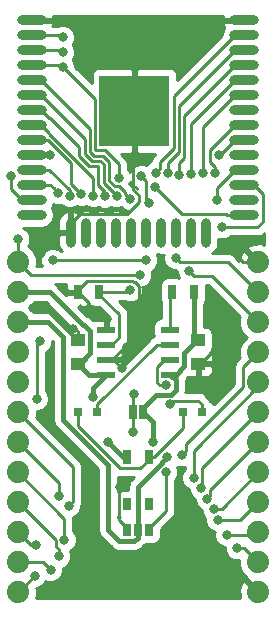
<source format=gbr>
G04 #@! TF.GenerationSoftware,KiCad,Pcbnew,(5.0.2)-1*
G04 #@! TF.CreationDate,2019-10-20T23:59:16+02:00*
G04 #@! TF.ProjectId,esp32-lifepo4 - slim,65737033-322d-46c6-9966-65706f34202d,rev?*
G04 #@! TF.SameCoordinates,Original*
G04 #@! TF.FileFunction,Copper,L1,Top*
G04 #@! TF.FilePolarity,Positive*
%FSLAX46Y46*%
G04 Gerber Fmt 4.6, Leading zero omitted, Abs format (unit mm)*
G04 Created by KiCad (PCBNEW (5.0.2)-1) date 20/10/2019 23:59:16*
%MOMM*%
%LPD*%
G01*
G04 APERTURE LIST*
G04 #@! TA.AperFunction,SMDPad,CuDef*
%ADD10O,2.500000X0.900000*%
G04 #@! TD*
G04 #@! TA.AperFunction,SMDPad,CuDef*
%ADD11O,0.900000X2.500000*%
G04 #@! TD*
G04 #@! TA.AperFunction,SMDPad,CuDef*
%ADD12R,6.000000X6.000000*%
G04 #@! TD*
G04 #@! TA.AperFunction,SMDPad,CuDef*
%ADD13R,1.250000X1.000000*%
G04 #@! TD*
G04 #@! TA.AperFunction,SMDPad,CuDef*
%ADD14R,0.800000X0.800000*%
G04 #@! TD*
G04 #@! TA.AperFunction,ComponentPad*
%ADD15C,1.879600*%
G04 #@! TD*
G04 #@! TA.AperFunction,SMDPad,CuDef*
%ADD16R,0.635000X1.270000*%
G04 #@! TD*
G04 #@! TA.AperFunction,SMDPad,CuDef*
%ADD17R,0.797560X1.198880*%
G04 #@! TD*
G04 #@! TA.AperFunction,SMDPad,CuDef*
%ADD18R,1.550000X0.600000*%
G04 #@! TD*
G04 #@! TA.AperFunction,SMDPad,CuDef*
%ADD19R,0.650000X1.060000*%
G04 #@! TD*
G04 #@! TA.AperFunction,ViaPad*
%ADD20C,0.800000*%
G04 #@! TD*
G04 #@! TA.AperFunction,Conductor*
%ADD21C,0.250000*%
G04 #@! TD*
G04 #@! TA.AperFunction,Conductor*
%ADD22C,0.400000*%
G04 #@! TD*
G04 #@! TA.AperFunction,Conductor*
%ADD23C,0.254000*%
G04 #@! TD*
G04 APERTURE END LIST*
D10*
G04 #@! TO.P,U1,38*
G04 #@! TO.N,GND*
X155976160Y-70020934D03*
G04 #@! TO.P,U1,37*
G04 #@! TO.N,IO23*
X155976160Y-71290934D03*
G04 #@! TO.P,U1,36*
G04 #@! TO.N,IO22*
X155976160Y-72560934D03*
G04 #@! TO.P,U1,35*
G04 #@! TO.N,TX0*
X155976160Y-73830934D03*
G04 #@! TO.P,U1,34*
G04 #@! TO.N,RX0*
X155976160Y-75100934D03*
G04 #@! TO.P,U1,33*
G04 #@! TO.N,IO21*
X155976160Y-76370934D03*
G04 #@! TO.P,U1,32*
G04 #@! TO.N,Net-(U1-Pad32)*
X155976160Y-77640934D03*
G04 #@! TO.P,U1,31*
G04 #@! TO.N,IO19*
X155976160Y-78910934D03*
G04 #@! TO.P,U1,30*
G04 #@! TO.N,IO18*
X155976160Y-80180934D03*
G04 #@! TO.P,U1,29*
G04 #@! TO.N,Net-(U1-Pad29)*
X155976160Y-81450934D03*
G04 #@! TO.P,U1,28*
G04 #@! TO.N,IO17*
X155976160Y-82720934D03*
G04 #@! TO.P,U1,27*
G04 #@! TO.N,IO16*
X155976160Y-83990934D03*
G04 #@! TO.P,U1,26*
G04 #@! TO.N,Net-(U1-Pad26)*
X155976160Y-85260934D03*
G04 #@! TO.P,U1,25*
G04 #@! TO.N,BOOT*
X155976160Y-86530934D03*
D11*
G04 #@! TO.P,U1,24*
G04 #@! TO.N,Net-(U1-Pad24)*
X152691160Y-88020934D03*
G04 #@! TO.P,U1,23*
G04 #@! TO.N,Net-(U1-Pad23)*
X151421160Y-88020934D03*
G04 #@! TO.P,U1,22*
G04 #@! TO.N,Net-(U1-Pad22)*
X150151160Y-88020934D03*
G04 #@! TO.P,U1,21*
G04 #@! TO.N,Net-(U1-Pad21)*
X148881160Y-88020934D03*
G04 #@! TO.P,U1,20*
G04 #@! TO.N,Net-(U1-Pad20)*
X147611160Y-88020934D03*
G04 #@! TO.P,U1,19*
G04 #@! TO.N,Net-(U1-Pad19)*
X146341160Y-88020934D03*
G04 #@! TO.P,U1,18*
G04 #@! TO.N,Net-(U1-Pad18)*
X145071160Y-88020934D03*
G04 #@! TO.P,U1,17*
G04 #@! TO.N,Net-(U1-Pad17)*
X143801160Y-88020934D03*
G04 #@! TO.P,U1,16*
G04 #@! TO.N,Net-(U1-Pad16)*
X142531160Y-88020934D03*
G04 #@! TO.P,U1,15*
G04 #@! TO.N,GND*
X141261160Y-88020934D03*
D10*
G04 #@! TO.P,U1,14*
G04 #@! TO.N,Net-(U1-Pad14)*
X137976160Y-86530934D03*
G04 #@! TO.P,U1,13*
G04 #@! TO.N,IO14*
X137976160Y-85260934D03*
G04 #@! TO.P,U1,12*
G04 #@! TO.N,IO27*
X137976160Y-83990934D03*
G04 #@! TO.P,U1,11*
G04 #@! TO.N,IO26*
X137976160Y-82720934D03*
G04 #@! TO.P,U1,10*
G04 #@! TO.N,IO25*
X137976160Y-81450934D03*
G04 #@! TO.P,U1,9*
G04 #@! TO.N,IO33*
X137976160Y-80180934D03*
G04 #@! TO.P,U1,8*
G04 #@! TO.N,IO32*
X137976160Y-78910934D03*
G04 #@! TO.P,U1,7*
G04 #@! TO.N,IO35*
X137976160Y-77640934D03*
G04 #@! TO.P,U1,6*
G04 #@! TO.N,IO34*
X137976160Y-76370934D03*
G04 #@! TO.P,U1,5*
G04 #@! TO.N,ISET*
X137976160Y-75100934D03*
G04 #@! TO.P,U1,4*
G04 #@! TO.N,3V3*
X137976160Y-73830934D03*
G04 #@! TO.P,U1,3*
X137976160Y-72560934D03*
G04 #@! TO.P,U1,2*
X137976160Y-71290934D03*
G04 #@! TO.P,U1,1*
G04 #@! TO.N,GND*
X137976160Y-70020934D03*
D12*
G04 #@! TO.P,U1,39*
X146676160Y-77720934D03*
G04 #@! TD*
D13*
G04 #@! TO.P,C1,1*
G04 #@! TO.N,GND*
X141896160Y-97130934D03*
G04 #@! TO.P,C1,2*
G04 #@! TO.N,VIN*
X141896160Y-99130934D03*
G04 #@! TD*
G04 #@! TO.P,C2,2*
G04 #@! TO.N,BAT+*
X152056160Y-97130934D03*
G04 #@! TO.P,C2,1*
G04 #@! TO.N,GND*
X152056160Y-99130934D03*
G04 #@! TD*
D14*
G04 #@! TO.P,D2,1*
G04 #@! TO.N,Net-(D2-Pad1)*
X152386160Y-103210934D03*
G04 #@! TO.P,D2,2*
G04 #@! TO.N,Net-(D2-Pad2)*
X150786160Y-103210934D03*
G04 #@! TD*
G04 #@! TO.P,D3,2*
G04 #@! TO.N,Net-(D2-Pad2)*
X141896160Y-103210934D03*
G04 #@! TO.P,D3,1*
G04 #@! TO.N,Net-(D3-Pad1)*
X143496160Y-103210934D03*
G04 #@! TD*
D15*
G04 #@! TO.P,J1,1*
G04 #@! TO.N,3V3*
X136816160Y-90510934D03*
G04 #@! TO.P,J1,2*
G04 #@! TO.N,VIN*
X136816160Y-93050934D03*
G04 #@! TO.P,J1,3*
G04 #@! TO.N,BAT+*
X136816160Y-95590934D03*
G04 #@! TO.P,J1,4*
G04 #@! TO.N,GND*
X136816160Y-98130934D03*
G04 #@! TO.P,J1,5*
G04 #@! TO.N,BOOT*
X136816160Y-100670934D03*
G04 #@! TO.P,J1,6*
G04 #@! TO.N,IO32*
X136816160Y-103210934D03*
G04 #@! TO.P,J1,7*
G04 #@! TO.N,IO33*
X136816160Y-105750934D03*
G04 #@! TO.P,J1,8*
G04 #@! TO.N,IO34*
X136816160Y-108290934D03*
G04 #@! TO.P,J1,9*
G04 #@! TO.N,IO35*
X136816160Y-110830934D03*
G04 #@! TO.P,J1,10*
G04 #@! TO.N,IO25*
X136816160Y-113370934D03*
G04 #@! TO.P,J1,11*
G04 #@! TO.N,IO26*
X136816160Y-115910934D03*
G04 #@! TO.P,J1,12*
G04 #@! TO.N,IO27*
X136816160Y-118450934D03*
G04 #@! TD*
G04 #@! TO.P,J2,12*
G04 #@! TO.N,GND*
X157136160Y-90510934D03*
G04 #@! TO.P,J2,11*
G04 #@! TO.N,TX0*
X157136160Y-93050934D03*
G04 #@! TO.P,J2,10*
G04 #@! TO.N,RX0*
X157136160Y-95590934D03*
G04 #@! TO.P,J2,9*
G04 #@! TO.N,IO23*
X157136160Y-98130934D03*
G04 #@! TO.P,J2,8*
G04 #@! TO.N,IO22*
X157136160Y-100670934D03*
G04 #@! TO.P,J2,7*
G04 #@! TO.N,IO21*
X157136160Y-103210934D03*
G04 #@! TO.P,J2,6*
G04 #@! TO.N,IO19*
X157136160Y-105750934D03*
G04 #@! TO.P,J2,5*
G04 #@! TO.N,IO18*
X157136160Y-108290934D03*
G04 #@! TO.P,J2,4*
G04 #@! TO.N,IO17*
X157136160Y-110830934D03*
G04 #@! TO.P,J2,3*
G04 #@! TO.N,IO16*
X157136160Y-113370934D03*
G04 #@! TO.P,J2,2*
G04 #@! TO.N,IO14*
X157136160Y-115910934D03*
G04 #@! TO.P,J2,1*
G04 #@! TO.N,GND*
X157136160Y-118450934D03*
G04 #@! TD*
D16*
G04 #@! TO.P,JP1,1*
G04 #@! TO.N,BAT+*
X147382560Y-103210934D03*
G04 #@! TO.P,JP1,2*
G04 #@! TO.N,3V3*
X146569760Y-103210934D03*
G04 #@! TD*
D17*
G04 #@! TO.P,R1,1*
G04 #@! TO.N,Net-(D2-Pad2)*
X147875320Y-107020934D03*
G04 #@! TO.P,R1,2*
G04 #@! TO.N,VIN*
X146077000Y-107020934D03*
G04 #@! TD*
G04 #@! TO.P,R2,2*
G04 #@! TO.N,ISET*
X143694480Y-93050934D03*
G04 #@! TO.P,R2,1*
G04 #@! TO.N,GND*
X141896160Y-93050934D03*
G04 #@! TD*
G04 #@! TO.P,R3,1*
G04 #@! TO.N,BAT+*
X151685320Y-93050934D03*
G04 #@! TO.P,R3,2*
G04 #@! TO.N,Net-(R3-Pad2)*
X149887000Y-93050934D03*
G04 #@! TD*
D18*
G04 #@! TO.P,U2,8*
G04 #@! TO.N,Net-(R3-Pad2)*
X149676160Y-96225934D03*
G04 #@! TO.P,U2,7*
G04 #@! TO.N,Net-(D3-Pad1)*
X149676160Y-97495934D03*
G04 #@! TO.P,U2,6*
G04 #@! TO.N,Net-(D2-Pad1)*
X149676160Y-98765934D03*
G04 #@! TO.P,U2,5*
G04 #@! TO.N,BAT+*
X149676160Y-100035934D03*
G04 #@! TO.P,U2,4*
G04 #@! TO.N,VIN*
X144276160Y-100035934D03*
G04 #@! TO.P,U2,3*
G04 #@! TO.N,GND*
X144276160Y-98765934D03*
G04 #@! TO.P,U2,2*
G04 #@! TO.N,ISET*
X144276160Y-97495934D03*
G04 #@! TO.P,U2,1*
G04 #@! TO.N,GND*
X144276160Y-96225934D03*
G04 #@! TD*
D19*
G04 #@! TO.P,U3,5*
G04 #@! TO.N,Net-(U3-Pad5)*
X146026160Y-111000934D03*
G04 #@! TO.P,U3,4*
G04 #@! TO.N,Net-(U3-Pad4)*
X147926160Y-111000934D03*
G04 #@! TO.P,U3,3*
G04 #@! TO.N,3V3*
X147926160Y-113200934D03*
G04 #@! TO.P,U3,2*
G04 #@! TO.N,BAT+*
X146976160Y-113200934D03*
G04 #@! TO.P,U3,1*
G04 #@! TO.N,GND*
X146026160Y-113200934D03*
G04 #@! TD*
D20*
G04 #@! TO.N,GND*
X145452160Y-109560934D03*
X136816160Y-98130934D03*
X154573745Y-95810338D03*
X154647745Y-89333338D03*
X138100745Y-94413338D03*
X151853745Y-100890338D03*
X145579748Y-99452040D03*
X138735745Y-89714338D03*
X141479515Y-96170498D03*
X142799745Y-94794328D03*
G04 #@! TO.N,BAT+*
X148246160Y-105750934D03*
X149419966Y-107007920D03*
G04 #@! TO.N,VIN*
X144436160Y-105750934D03*
X143133183Y-101898606D03*
G04 #@! TO.N,Net-(D2-Pad1)*
X149366755Y-100935946D03*
X149687532Y-102535958D03*
G04 #@! TO.N,3V3*
X140626160Y-71460934D03*
X140626160Y-72730934D03*
X140626160Y-74000934D03*
X149350730Y-108297877D03*
X136830745Y-88571338D03*
X146609745Y-101652338D03*
X145339745Y-83364338D03*
X146569760Y-104887326D03*
X147150413Y-91614558D03*
G04 #@! TO.N,BOOT*
X148387745Y-84126330D03*
G04 #@! TO.N,IO32*
X141093289Y-111123024D03*
X143168801Y-84906209D03*
G04 #@! TO.N,IO33*
X142177470Y-84774733D03*
X140291766Y-110288338D03*
G04 #@! TO.N,IO34*
X145168202Y-84918961D03*
X140741777Y-114016962D03*
G04 #@! TO.N,IO35*
X144168348Y-84936695D03*
X140291766Y-115417146D03*
G04 #@! TO.N,IO25*
X139512473Y-81477339D03*
X147244745Y-83237338D03*
X147879745Y-85523338D03*
X147625745Y-90349338D03*
X138391745Y-102095659D03*
X138354745Y-114479338D03*
X139751745Y-90349342D03*
X138692720Y-97215678D03*
G04 #@! TO.N,IO26*
X141187528Y-84916290D03*
X139565905Y-116579498D03*
G04 #@! TO.N,IO27*
X138213160Y-117053934D03*
X140222755Y-84653161D03*
G04 #@! TO.N,TX0*
X150151160Y-90129934D03*
X150470290Y-83101473D03*
G04 #@! TO.N,RX0*
X151294160Y-91254933D03*
X151468916Y-83048847D03*
G04 #@! TO.N,IO23*
X150673745Y-106859338D03*
X148455594Y-82925535D03*
G04 #@! TO.N,IO22*
X149476532Y-82989804D03*
X151689745Y-108764342D03*
G04 #@! TO.N,IO21*
X152466271Y-82976001D03*
X152324745Y-109653338D03*
G04 #@! TO.N,IO19*
X153466269Y-82981174D03*
X152832745Y-110542338D03*
G04 #@! TO.N,IO18*
X153830852Y-81459338D03*
X153388229Y-111373880D03*
G04 #@! TO.N,IO17*
X153721745Y-112320338D03*
X153669534Y-85273038D03*
G04 #@! TO.N,IO16*
X154483745Y-113590338D03*
X154102745Y-87555338D03*
G04 #@! TO.N,IO14*
X136246160Y-83250839D03*
X155372745Y-114733338D03*
G04 #@! TO.N,ISET*
X146269089Y-85122005D03*
X146329777Y-92889338D03*
G04 #@! TD*
D21*
G04 #@! TO.N,GND*
X145376159Y-109636935D02*
X145452160Y-109560934D01*
X145376159Y-112345933D02*
X145376159Y-109636935D01*
X146026160Y-113200934D02*
X146026160Y-112995934D01*
X146026160Y-112995934D02*
X145376159Y-112345933D01*
X144276160Y-96225934D02*
X144276160Y-95430934D01*
X154573745Y-96738349D02*
X154573745Y-95810338D01*
X152056160Y-99130934D02*
X152181160Y-99130934D01*
X152181160Y-99130934D02*
X154573745Y-96738349D01*
X155825341Y-90510934D02*
X157136160Y-90510934D01*
X154647745Y-89333338D02*
X155825341Y-90510934D01*
X142036170Y-86445924D02*
X141261160Y-87220934D01*
X146519743Y-84347340D02*
X147066161Y-84893758D01*
X146018172Y-86445924D02*
X142036170Y-86445924D01*
X146676160Y-80970934D02*
X146519743Y-81127351D01*
X147066161Y-84893758D02*
X147066161Y-85397935D01*
X146519743Y-81127351D02*
X146519743Y-84347340D01*
X147066161Y-85397935D02*
X146018172Y-86445924D01*
X146676160Y-77720934D02*
X146676160Y-80970934D01*
X141261160Y-87220934D02*
X141261160Y-88020934D01*
X141896160Y-97130934D02*
X141771160Y-97130934D01*
X139053564Y-94413338D02*
X138666430Y-94413338D01*
X141771160Y-97130934D02*
X139053564Y-94413338D01*
X138666430Y-94413338D02*
X138100745Y-94413338D01*
X152056160Y-99130934D02*
X152056160Y-100687923D01*
X152056160Y-100687923D02*
X151853745Y-100890338D01*
X144893642Y-98765934D02*
X144276160Y-98765934D01*
X145579748Y-99452040D02*
X144893642Y-98765934D01*
X140429149Y-88020934D02*
X141261160Y-88020934D01*
X138735745Y-89714338D02*
X140429149Y-88020934D01*
X144751160Y-98765934D02*
X147054778Y-96462316D01*
X147054778Y-92541337D02*
X146677778Y-92164337D01*
X146677778Y-92164337D02*
X146550780Y-92164337D01*
X144276160Y-98765934D02*
X144751160Y-98765934D01*
X146550780Y-92164337D02*
X146512936Y-92126493D01*
X141896160Y-92850274D02*
X141896160Y-93050934D01*
X142619941Y-92126493D02*
X141896160Y-92850274D01*
X146512936Y-92126493D02*
X142619941Y-92126493D01*
X147054778Y-96462316D02*
X147054778Y-92541337D01*
X141896160Y-96380934D02*
X141685724Y-96170498D01*
X141896160Y-97130934D02*
X141896160Y-96380934D01*
X141685724Y-96170498D02*
X141479515Y-96170498D01*
X141896160Y-93050934D02*
X141896160Y-93251594D01*
X143436351Y-95430934D02*
X142799745Y-94794328D01*
X144276160Y-95430934D02*
X143436351Y-95430934D01*
X142799745Y-93954519D02*
X141896160Y-93050934D01*
X142799745Y-94794328D02*
X142799745Y-93954519D01*
D22*
G04 #@! TO.N,BAT+*
X151685320Y-96760094D02*
X152056160Y-97130934D01*
X151685320Y-93050934D02*
X151685320Y-96760094D01*
X151931160Y-97130934D02*
X152056160Y-97130934D01*
X150851161Y-98210933D02*
X151931160Y-97130934D01*
X150851161Y-99335933D02*
X150851161Y-98210933D01*
X150151160Y-100035934D02*
X150851161Y-99335933D01*
X149676160Y-100035934D02*
X150151160Y-100035934D01*
X148246160Y-104074534D02*
X147382560Y-103210934D01*
X148246160Y-105750934D02*
X148246160Y-104074534D01*
X139356160Y-95590934D02*
X140626160Y-96860934D01*
X136816160Y-95590934D02*
X139356160Y-95590934D01*
X140626160Y-103895792D02*
X144436160Y-107705792D01*
X140626160Y-96860934D02*
X140626160Y-103895792D01*
X146671157Y-114130939D02*
X146976160Y-113825936D01*
X145381164Y-114130939D02*
X146671157Y-114130939D01*
X144436160Y-107705792D02*
X144436160Y-113185936D01*
X144436160Y-113185936D02*
X145381164Y-114130939D01*
X149019967Y-107481121D02*
X149019967Y-107407919D01*
X149019967Y-107407919D02*
X149419966Y-107007920D01*
X146976160Y-109524928D02*
X149019967Y-107481121D01*
X146976160Y-113200934D02*
X146976160Y-109524928D01*
X147382560Y-102893434D02*
X148540047Y-101735947D01*
X147382560Y-103210934D02*
X147382560Y-102893434D01*
X148540047Y-101735947D02*
X149750756Y-101735947D01*
X150166756Y-101319947D02*
X150166756Y-100526530D01*
X150166756Y-100526530D02*
X149676160Y-100035934D01*
X149750756Y-101735947D02*
X150166756Y-101319947D01*
X146976160Y-113825936D02*
X146976160Y-113200934D01*
G04 #@! TO.N,VIN*
X146077000Y-107020934D02*
X145706160Y-107020934D01*
X145706160Y-107020934D02*
X144436160Y-105750934D01*
X143133183Y-101178911D02*
X144276160Y-100035934D01*
X143133183Y-101898606D02*
X143133183Y-101178911D01*
X142801160Y-100035934D02*
X144276160Y-100035934D01*
X141896160Y-99130934D02*
X142801160Y-100035934D01*
X141771160Y-99130934D02*
X141896160Y-99130934D01*
X139491337Y-93050934D02*
X142288743Y-95848340D01*
X142415741Y-95848340D02*
X142921160Y-96353759D01*
X142021160Y-99130934D02*
X141896160Y-99130934D01*
X142921160Y-96353759D02*
X142921160Y-98230934D01*
X142921160Y-98230934D02*
X142021160Y-99130934D01*
X142288743Y-95848340D02*
X142415741Y-95848340D01*
X136816160Y-93050934D02*
X139491337Y-93050934D01*
D21*
G04 #@! TO.N,Net-(D2-Pad1)*
X148576159Y-99390935D02*
X148576159Y-100711035D01*
X149201160Y-98765934D02*
X148576159Y-99390935D01*
X148576159Y-100711035D02*
X148801070Y-100935946D01*
X148801070Y-100935946D02*
X149366755Y-100935946D01*
X149962533Y-102260957D02*
X149687532Y-102535958D01*
X152086183Y-102260957D02*
X149962533Y-102260957D01*
X149676160Y-98765934D02*
X149201160Y-98765934D01*
X152386160Y-102560934D02*
X152086183Y-102260957D01*
X152386160Y-103210934D02*
X152386160Y-102560934D01*
G04 #@! TO.N,Net-(D2-Pad2)*
X147875320Y-107221594D02*
X147875320Y-107020934D01*
X147151539Y-107945375D02*
X147875320Y-107221594D01*
X145418219Y-107945375D02*
X147151539Y-107945375D01*
X141896160Y-104423316D02*
X145418219Y-107945375D01*
X141896160Y-103210934D02*
X141896160Y-104423316D01*
X148339184Y-107020934D02*
X147875320Y-107020934D01*
X150786160Y-104573958D02*
X148339184Y-107020934D01*
X150786160Y-103210934D02*
X150786160Y-104573958D01*
G04 #@! TO.N,Net-(D3-Pad1)*
X148651160Y-97495934D02*
X149676160Y-97495934D01*
X148561160Y-97495934D02*
X148651160Y-97495934D01*
X143496160Y-102560934D02*
X148561160Y-97495934D01*
X143496160Y-103210934D02*
X143496160Y-102560934D01*
G04 #@! TO.N,3V3*
X137976160Y-71290934D02*
X140456160Y-71290934D01*
X140456160Y-71290934D02*
X140626160Y-71460934D01*
X137976160Y-72560934D02*
X140456160Y-72560934D01*
X140456160Y-72560934D02*
X140626160Y-72730934D01*
X137976160Y-73830934D02*
X140456160Y-73830934D01*
X140456160Y-73830934D02*
X140626160Y-74000934D01*
X147926160Y-113200934D02*
X147926160Y-112995934D01*
X149350730Y-108863562D02*
X149350730Y-108297877D01*
X149350730Y-111571364D02*
X149350730Y-108863562D01*
X147926160Y-112995934D02*
X149350730Y-111571364D01*
X136816160Y-90510934D02*
X136816160Y-88585923D01*
X136816160Y-88585923D02*
X136830745Y-88571338D01*
X146569760Y-103210934D02*
X146569760Y-101692323D01*
X146569760Y-101692323D02*
X146609745Y-101652338D01*
X144169986Y-81045935D02*
X145339745Y-82215694D01*
X143351159Y-80980935D02*
X143416159Y-81045935D01*
X145339745Y-82215694D02*
X145339745Y-82798653D01*
X143351159Y-76725933D02*
X143351159Y-80980935D01*
X140626160Y-74000934D02*
X143351159Y-76725933D01*
X143416159Y-81045935D02*
X144169986Y-81045935D01*
X145339745Y-82798653D02*
X145339745Y-83364338D01*
X146569760Y-103210934D02*
X146569760Y-104887326D01*
X146584728Y-91614558D02*
X147150413Y-91614558D01*
X136816160Y-90510934D02*
X137919784Y-91614558D01*
X137919784Y-91614558D02*
X146584728Y-91614558D01*
G04 #@! TO.N,BOOT*
X155976160Y-86530934D02*
X154476160Y-86530934D01*
X150707339Y-86445924D02*
X148787744Y-84526329D01*
X154391150Y-86445924D02*
X150707339Y-86445924D01*
X148787744Y-84526329D02*
X148387745Y-84126330D01*
X154476160Y-86530934D02*
X154391150Y-86445924D01*
G04 #@! TO.N,IO32*
X136816160Y-103210934D02*
X137615160Y-103210934D01*
X141493288Y-110723025D02*
X141093289Y-111123024D01*
X141493288Y-107888062D02*
X141493288Y-110723025D01*
X136816160Y-103210934D02*
X141493288Y-107888062D01*
X139476160Y-79610934D02*
X139476160Y-79651580D01*
X139476160Y-79651580D02*
X143168801Y-83344221D01*
X138776160Y-78910934D02*
X139476160Y-79610934D01*
X137976160Y-78910934D02*
X138776160Y-78910934D01*
X143168801Y-84340524D02*
X143168801Y-84906209D01*
X143168801Y-83344221D02*
X143168801Y-84340524D01*
G04 #@! TO.N,IO33*
X141777471Y-84374734D02*
X142177470Y-84774733D01*
X141275745Y-83873008D02*
X141777471Y-84374734D01*
X141275745Y-82094338D02*
X141275745Y-83873008D01*
X139362341Y-80180934D02*
X141275745Y-82094338D01*
X137976160Y-80180934D02*
X139362341Y-80180934D01*
X140291766Y-109226540D02*
X140291766Y-109722653D01*
X136816160Y-105750934D02*
X140291766Y-109226540D01*
X140291766Y-109722653D02*
X140291766Y-110288338D01*
G04 #@! TO.N,IO34*
X138776160Y-76370934D02*
X142451137Y-80045911D01*
X142451137Y-81353735D02*
X143043359Y-81945957D01*
X143797187Y-81945957D02*
X144068823Y-82217594D01*
X144068823Y-82217594D02*
X144068823Y-83802828D01*
X144768203Y-84518962D02*
X145168202Y-84918961D01*
X144768203Y-84502208D02*
X144768203Y-84518962D01*
X144068823Y-83802828D02*
X144768203Y-84502208D01*
X142451137Y-80045911D02*
X142451137Y-81353735D01*
X137976160Y-76370934D02*
X138776160Y-76370934D01*
X143043359Y-81945957D02*
X143797187Y-81945957D01*
X140741777Y-113451277D02*
X140741777Y-114016962D01*
X140741777Y-112216551D02*
X140741777Y-113451277D01*
X136816160Y-108290934D02*
X140741777Y-112216551D01*
G04 #@! TO.N,IO35*
X143618812Y-83989228D02*
X144168348Y-84538764D01*
X137976160Y-77640934D02*
X138776160Y-77640934D01*
X139476160Y-78340934D02*
X139555752Y-78340934D01*
X139555752Y-78340934D02*
X142001126Y-80786308D01*
X138776160Y-77640934D02*
X139476160Y-78340934D01*
X142001126Y-81540135D02*
X142856959Y-82395968D01*
X144168348Y-84538764D02*
X144168348Y-84936695D01*
X143618812Y-82403994D02*
X143618812Y-83989228D01*
X143610787Y-82395968D02*
X143618812Y-82403994D01*
X142856959Y-82395968D02*
X143610787Y-82395968D01*
X142001126Y-80786308D02*
X142001126Y-81540135D01*
X136816160Y-110830934D02*
X140011110Y-114025884D01*
X140011110Y-114025884D02*
X140011110Y-114570805D01*
X140291766Y-114851461D02*
X140291766Y-115417146D01*
X140011110Y-114570805D02*
X140291766Y-114851461D01*
G04 #@! TO.N,IO25*
X137976160Y-81450934D02*
X139486068Y-81450934D01*
X139486068Y-81450934D02*
X139512473Y-81477339D01*
X147644744Y-85288337D02*
X147879745Y-85523338D01*
X147244745Y-83237338D02*
X147644744Y-83637337D01*
X147644744Y-83637337D02*
X147644744Y-85288337D01*
X137924564Y-114479338D02*
X136816160Y-113370934D01*
X138354745Y-114479338D02*
X137924564Y-114479338D01*
X139751749Y-90349338D02*
X139751745Y-90349342D01*
X147625745Y-90349338D02*
X139751749Y-90349338D01*
X138391745Y-97516653D02*
X138692720Y-97215678D01*
X138391745Y-102095659D02*
X138391745Y-97516653D01*
G04 #@! TO.N,IO26*
X139476160Y-82720934D02*
X141187528Y-84432302D01*
X141187528Y-84432302D02*
X141187528Y-84916290D01*
X137976160Y-82720934D02*
X139476160Y-82720934D01*
X139165906Y-116179499D02*
X139565905Y-116579498D01*
X136816160Y-115910934D02*
X138897341Y-115910934D01*
X138897341Y-115910934D02*
X139165906Y-116179499D01*
G04 #@! TO.N,IO27*
X138340160Y-116799934D02*
X138340160Y-116926934D01*
X138213160Y-117053934D02*
X136816160Y-118450934D01*
X137976160Y-83990934D02*
X139560528Y-83990934D01*
X139822756Y-84253162D02*
X140222755Y-84653161D01*
X139560528Y-83990934D02*
X139822756Y-84253162D01*
G04 #@! TO.N,TX0*
X156196361Y-92111135D02*
X157136160Y-93050934D01*
X154615159Y-90529933D02*
X156196361Y-92111135D01*
X150551159Y-90529933D02*
X154615159Y-90529933D01*
X150151160Y-90129934D02*
X150551159Y-90529933D01*
X150470290Y-82150255D02*
X150470290Y-82535788D01*
X150901181Y-78105913D02*
X150901181Y-81719364D01*
X155976160Y-73830934D02*
X155176160Y-73830934D01*
X150470290Y-82535788D02*
X150470290Y-83101473D01*
X150901181Y-81719364D02*
X150470290Y-82150255D01*
X155176160Y-73830934D02*
X150901181Y-78105913D01*
G04 #@! TO.N,RX0*
X156628160Y-95590934D02*
X157136160Y-95590934D01*
X156196361Y-94651135D02*
X157136160Y-95590934D01*
X153200158Y-91654932D02*
X156196361Y-94651135D01*
X151694159Y-91654932D02*
X153200158Y-91654932D01*
X151294160Y-91254933D02*
X151694159Y-91654932D01*
X155176160Y-75100934D02*
X151468916Y-78808178D01*
X155976160Y-75100934D02*
X155176160Y-75100934D01*
X151468916Y-82483162D02*
X151468916Y-83048847D01*
X151468916Y-78808178D02*
X151468916Y-82483162D01*
G04 #@! TO.N,IO23*
X156196361Y-99070733D02*
X157136160Y-98130934D01*
X155871359Y-99395735D02*
X156196361Y-99070733D01*
X155871359Y-101110737D02*
X155871359Y-99395735D01*
X151073744Y-105908352D02*
X155871359Y-101110737D01*
X151073744Y-106459339D02*
X151073744Y-105908352D01*
X150673745Y-106859338D02*
X151073744Y-106459339D01*
X155176160Y-71290934D02*
X150001161Y-76465933D01*
X150001161Y-80879064D02*
X148855593Y-82024632D01*
X148855593Y-82024632D02*
X148855593Y-82525536D01*
X155976160Y-71290934D02*
X155176160Y-71290934D01*
X150001161Y-76465933D02*
X150001161Y-80879064D01*
X148855593Y-82525536D02*
X148455594Y-82925535D01*
G04 #@! TO.N,IO22*
X156687007Y-101120087D02*
X157136160Y-100670934D01*
X149476532Y-82424119D02*
X149476532Y-82989804D01*
X149476532Y-82140585D02*
X149476532Y-82424119D01*
X155976160Y-72560934D02*
X155176160Y-72560934D01*
X155176160Y-72560934D02*
X150451171Y-77285923D01*
X150451171Y-77285923D02*
X150451171Y-81165946D01*
X150451171Y-81165946D02*
X149476532Y-82140585D01*
X151689745Y-108198657D02*
X151689745Y-108764342D01*
X151689745Y-106478338D02*
X151689745Y-108198657D01*
X157136160Y-100670934D02*
X157136160Y-101031923D01*
X157136160Y-101031923D02*
X151689745Y-106478338D01*
G04 #@! TO.N,IO21*
X155976160Y-76370934D02*
X155176160Y-76370934D01*
X152466271Y-82410316D02*
X152466271Y-82976001D01*
X155176160Y-76370934D02*
X152466271Y-79080823D01*
X152466271Y-79080823D02*
X152466271Y-82410316D01*
X152414747Y-107932347D02*
X152414747Y-109563336D01*
X152414747Y-109563336D02*
X152324745Y-109653338D01*
X157136160Y-103210934D02*
X152414747Y-107932347D01*
G04 #@! TO.N,IO19*
X155176160Y-78910934D02*
X153039620Y-81047474D01*
X153466269Y-82415489D02*
X153466269Y-82981174D01*
X155976160Y-78910934D02*
X155176160Y-78910934D01*
X153039620Y-81047474D02*
X153039620Y-81988840D01*
X153039620Y-81988840D02*
X153466269Y-82415489D01*
X153049747Y-110325336D02*
X152832745Y-110542338D01*
X153049747Y-109837347D02*
X153049747Y-110325336D01*
X157136160Y-105750934D02*
X153049747Y-109837347D01*
G04 #@! TO.N,IO18*
X155976160Y-80180934D02*
X155176160Y-80180934D01*
X155176160Y-80180934D02*
X153897756Y-81459338D01*
X153897756Y-81459338D02*
X153830852Y-81459338D01*
X154053214Y-111373880D02*
X153953914Y-111373880D01*
X153953914Y-111373880D02*
X153388229Y-111373880D01*
X157136160Y-108290934D02*
X154053214Y-111373880D01*
G04 #@! TO.N,IO17*
X155646756Y-112320338D02*
X157136160Y-110830934D01*
X153721745Y-112320338D02*
X155646756Y-112320338D01*
X153669534Y-84707353D02*
X153669534Y-85273038D01*
X155176160Y-82720934D02*
X153669534Y-84227560D01*
X153669534Y-84227560D02*
X153669534Y-84707353D01*
X155976160Y-82720934D02*
X155176160Y-82720934D01*
G04 #@! TO.N,IO16*
X156916756Y-113590338D02*
X157136160Y-113370934D01*
X154483745Y-113590338D02*
X156916756Y-113590338D01*
X156776160Y-83990934D02*
X157551170Y-84765944D01*
X155976160Y-83990934D02*
X156776160Y-83990934D01*
X157551170Y-87085598D02*
X157081430Y-87555338D01*
X157081430Y-87555338D02*
X154668430Y-87555338D01*
X157551170Y-84765944D02*
X157551170Y-87085598D01*
X154668430Y-87555338D02*
X154102745Y-87555338D01*
G04 #@! TO.N,IO14*
X136246160Y-84156963D02*
X136246160Y-83250839D01*
X136246160Y-84330934D02*
X136246160Y-84156963D01*
X137976160Y-85260934D02*
X137176160Y-85260934D01*
X137176160Y-85260934D02*
X136246160Y-84330934D01*
X155958564Y-114733338D02*
X157136160Y-115910934D01*
X155372745Y-114733338D02*
X155958564Y-114733338D01*
G04 #@! TO.N,ISET*
X144751160Y-97495934D02*
X144276160Y-97495934D01*
X145376161Y-96870933D02*
X144751160Y-97495934D01*
X145376161Y-94933275D02*
X145376161Y-96870933D01*
X143694480Y-93251594D02*
X145376161Y-94933275D01*
X143694480Y-93050934D02*
X143694480Y-93251594D01*
X138776160Y-75100934D02*
X138946160Y-75270934D01*
X137976160Y-75100934D02*
X138776160Y-75100934D01*
X144518834Y-83616428D02*
X144991745Y-84089339D01*
X145869090Y-84722006D02*
X146269089Y-85122005D01*
X142901148Y-79225922D02*
X142901148Y-81167335D01*
X138776160Y-75100934D02*
X142901148Y-79225922D01*
X145869090Y-84577864D02*
X145869090Y-84722006D01*
X145380565Y-84089339D02*
X145869090Y-84577864D01*
X143983587Y-81495946D02*
X144518834Y-82031194D01*
X144991745Y-84089339D02*
X145380565Y-84089339D01*
X144518834Y-82031194D02*
X144518834Y-83616428D01*
X142901148Y-81167335D02*
X143229759Y-81495946D01*
X143229759Y-81495946D02*
X143983587Y-81495946D01*
X143694480Y-93050934D02*
X146168181Y-93050934D01*
X146168181Y-93050934D02*
X146329777Y-92889338D01*
G04 #@! TO.N,Net-(R3-Pad2)*
X149676160Y-93261774D02*
X149887000Y-93050934D01*
X149676160Y-96225934D02*
X149676160Y-93261774D01*
G04 #@! TO.N,Net-(U1-Pad32)*
X155976160Y-77640934D02*
X155176160Y-77640934D01*
G04 #@! TD*
D23*
G04 #@! TO.N,GND*
G36*
X139791160Y-97206802D02*
X139791161Y-103813554D01*
X139774803Y-103895792D01*
X139839608Y-104221592D01*
X139839609Y-104221593D01*
X140024160Y-104497793D01*
X140093878Y-104544377D01*
X143601160Y-108051660D01*
X143601161Y-113103698D01*
X143584803Y-113185936D01*
X143649608Y-113511736D01*
X143787576Y-113718220D01*
X143787578Y-113718222D01*
X143834160Y-113787937D01*
X143903876Y-113834519D01*
X144732579Y-114663222D01*
X144779163Y-114732940D01*
X145055363Y-114917491D01*
X145298927Y-114965939D01*
X145381164Y-114982297D01*
X145463401Y-114965939D01*
X146588924Y-114965939D01*
X146671157Y-114982296D01*
X146753390Y-114965939D01*
X146753394Y-114965939D01*
X146996958Y-114917491D01*
X147273158Y-114732940D01*
X147319744Y-114663220D01*
X147508442Y-114474521D01*
X147578161Y-114427937D01*
X147611278Y-114378374D01*
X148251160Y-114378374D01*
X148498925Y-114329091D01*
X148708969Y-114188743D01*
X148849317Y-113978699D01*
X148898600Y-113730934D01*
X148898600Y-113098295D01*
X149835203Y-112161693D01*
X149898659Y-112119293D01*
X150066634Y-111867901D01*
X150110730Y-111646216D01*
X150110730Y-111646212D01*
X150125618Y-111571365D01*
X150110730Y-111496518D01*
X150110730Y-109001588D01*
X150228161Y-108884157D01*
X150385730Y-108503751D01*
X150385730Y-108092003D01*
X150269886Y-107812330D01*
X150467871Y-107894338D01*
X150879619Y-107894338D01*
X150929746Y-107873575D01*
X150929746Y-108060630D01*
X150812314Y-108178062D01*
X150654745Y-108558468D01*
X150654745Y-108970216D01*
X150812314Y-109350622D01*
X151103465Y-109641773D01*
X151289745Y-109718933D01*
X151289745Y-109859212D01*
X151447314Y-110239618D01*
X151738465Y-110530769D01*
X151797745Y-110555324D01*
X151797745Y-110748212D01*
X151955314Y-111128618D01*
X152246465Y-111419769D01*
X152353229Y-111463992D01*
X152353229Y-111579754D01*
X152510798Y-111960160D01*
X152686745Y-112136107D01*
X152686745Y-112526212D01*
X152844314Y-112906618D01*
X153135465Y-113197769D01*
X153468873Y-113335871D01*
X153448745Y-113384464D01*
X153448745Y-113796212D01*
X153606314Y-114176618D01*
X153897465Y-114467769D01*
X154277871Y-114625338D01*
X154337745Y-114625338D01*
X154337745Y-114939212D01*
X154495314Y-115319618D01*
X154786465Y-115610769D01*
X155166871Y-115768338D01*
X155561360Y-115768338D01*
X155561360Y-116224181D01*
X155801109Y-116802986D01*
X156241374Y-117243251D01*
X156206797Y-117341966D01*
X157136160Y-118271329D01*
X157150303Y-118257187D01*
X157329908Y-118436792D01*
X157315765Y-118450934D01*
X157329908Y-118465077D01*
X157150303Y-118644682D01*
X157136160Y-118630539D01*
X157122018Y-118644682D01*
X156942413Y-118465077D01*
X156956555Y-118450934D01*
X156027192Y-117521571D01*
X155766580Y-117612857D01*
X155550115Y-118200767D01*
X155575111Y-118826762D01*
X155641042Y-118985934D01*
X138299107Y-118985934D01*
X138390960Y-118764181D01*
X138390960Y-118137687D01*
X138370766Y-118088934D01*
X138419034Y-118088934D01*
X138799440Y-117931365D01*
X139090591Y-117640214D01*
X139139141Y-117523003D01*
X139360031Y-117614498D01*
X139771779Y-117614498D01*
X140152185Y-117456929D01*
X140443336Y-117165778D01*
X140600905Y-116785372D01*
X140600905Y-116409372D01*
X140878046Y-116294577D01*
X141169197Y-116003426D01*
X141326766Y-115623020D01*
X141326766Y-115211272D01*
X141214922Y-114941255D01*
X141328057Y-114894393D01*
X141619208Y-114603242D01*
X141776777Y-114222836D01*
X141776777Y-113811088D01*
X141619208Y-113430682D01*
X141501777Y-113313251D01*
X141501777Y-112291399D01*
X141516665Y-112216551D01*
X141501777Y-112141703D01*
X141501777Y-112141699D01*
X141489354Y-112079244D01*
X141679569Y-112000455D01*
X141970720Y-111709304D01*
X142128289Y-111328898D01*
X142128289Y-111140642D01*
X142209192Y-111019562D01*
X142253288Y-110797877D01*
X142253288Y-110797873D01*
X142268176Y-110723026D01*
X142253288Y-110648179D01*
X142253288Y-107962910D01*
X142268176Y-107888062D01*
X142253288Y-107813214D01*
X142253288Y-107813210D01*
X142215440Y-107622934D01*
X142209192Y-107591524D01*
X142083617Y-107403589D01*
X142041217Y-107340133D01*
X141977761Y-107297733D01*
X138336262Y-103656234D01*
X138390960Y-103524181D01*
X138390960Y-103130659D01*
X138597619Y-103130659D01*
X138978025Y-102973090D01*
X139269176Y-102681939D01*
X139426745Y-102301533D01*
X139426745Y-101889785D01*
X139269176Y-101509379D01*
X139151745Y-101391948D01*
X139151745Y-98145820D01*
X139279000Y-98093109D01*
X139570151Y-97801958D01*
X139727720Y-97421552D01*
X139727720Y-97143362D01*
X139791160Y-97206802D01*
X139791160Y-97206802D01*
G37*
X139791160Y-97206802D02*
X139791161Y-103813554D01*
X139774803Y-103895792D01*
X139839608Y-104221592D01*
X139839609Y-104221593D01*
X140024160Y-104497793D01*
X140093878Y-104544377D01*
X143601160Y-108051660D01*
X143601161Y-113103698D01*
X143584803Y-113185936D01*
X143649608Y-113511736D01*
X143787576Y-113718220D01*
X143787578Y-113718222D01*
X143834160Y-113787937D01*
X143903876Y-113834519D01*
X144732579Y-114663222D01*
X144779163Y-114732940D01*
X145055363Y-114917491D01*
X145298927Y-114965939D01*
X145381164Y-114982297D01*
X145463401Y-114965939D01*
X146588924Y-114965939D01*
X146671157Y-114982296D01*
X146753390Y-114965939D01*
X146753394Y-114965939D01*
X146996958Y-114917491D01*
X147273158Y-114732940D01*
X147319744Y-114663220D01*
X147508442Y-114474521D01*
X147578161Y-114427937D01*
X147611278Y-114378374D01*
X148251160Y-114378374D01*
X148498925Y-114329091D01*
X148708969Y-114188743D01*
X148849317Y-113978699D01*
X148898600Y-113730934D01*
X148898600Y-113098295D01*
X149835203Y-112161693D01*
X149898659Y-112119293D01*
X150066634Y-111867901D01*
X150110730Y-111646216D01*
X150110730Y-111646212D01*
X150125618Y-111571365D01*
X150110730Y-111496518D01*
X150110730Y-109001588D01*
X150228161Y-108884157D01*
X150385730Y-108503751D01*
X150385730Y-108092003D01*
X150269886Y-107812330D01*
X150467871Y-107894338D01*
X150879619Y-107894338D01*
X150929746Y-107873575D01*
X150929746Y-108060630D01*
X150812314Y-108178062D01*
X150654745Y-108558468D01*
X150654745Y-108970216D01*
X150812314Y-109350622D01*
X151103465Y-109641773D01*
X151289745Y-109718933D01*
X151289745Y-109859212D01*
X151447314Y-110239618D01*
X151738465Y-110530769D01*
X151797745Y-110555324D01*
X151797745Y-110748212D01*
X151955314Y-111128618D01*
X152246465Y-111419769D01*
X152353229Y-111463992D01*
X152353229Y-111579754D01*
X152510798Y-111960160D01*
X152686745Y-112136107D01*
X152686745Y-112526212D01*
X152844314Y-112906618D01*
X153135465Y-113197769D01*
X153468873Y-113335871D01*
X153448745Y-113384464D01*
X153448745Y-113796212D01*
X153606314Y-114176618D01*
X153897465Y-114467769D01*
X154277871Y-114625338D01*
X154337745Y-114625338D01*
X154337745Y-114939212D01*
X154495314Y-115319618D01*
X154786465Y-115610769D01*
X155166871Y-115768338D01*
X155561360Y-115768338D01*
X155561360Y-116224181D01*
X155801109Y-116802986D01*
X156241374Y-117243251D01*
X156206797Y-117341966D01*
X157136160Y-118271329D01*
X157150303Y-118257187D01*
X157329908Y-118436792D01*
X157315765Y-118450934D01*
X157329908Y-118465077D01*
X157150303Y-118644682D01*
X157136160Y-118630539D01*
X157122018Y-118644682D01*
X156942413Y-118465077D01*
X156956555Y-118450934D01*
X156027192Y-117521571D01*
X155766580Y-117612857D01*
X155550115Y-118200767D01*
X155575111Y-118826762D01*
X155641042Y-118985934D01*
X138299107Y-118985934D01*
X138390960Y-118764181D01*
X138390960Y-118137687D01*
X138370766Y-118088934D01*
X138419034Y-118088934D01*
X138799440Y-117931365D01*
X139090591Y-117640214D01*
X139139141Y-117523003D01*
X139360031Y-117614498D01*
X139771779Y-117614498D01*
X140152185Y-117456929D01*
X140443336Y-117165778D01*
X140600905Y-116785372D01*
X140600905Y-116409372D01*
X140878046Y-116294577D01*
X141169197Y-116003426D01*
X141326766Y-115623020D01*
X141326766Y-115211272D01*
X141214922Y-114941255D01*
X141328057Y-114894393D01*
X141619208Y-114603242D01*
X141776777Y-114222836D01*
X141776777Y-113811088D01*
X141619208Y-113430682D01*
X141501777Y-113313251D01*
X141501777Y-112291399D01*
X141516665Y-112216551D01*
X141501777Y-112141703D01*
X141501777Y-112141699D01*
X141489354Y-112079244D01*
X141679569Y-112000455D01*
X141970720Y-111709304D01*
X142128289Y-111328898D01*
X142128289Y-111140642D01*
X142209192Y-111019562D01*
X142253288Y-110797877D01*
X142253288Y-110797873D01*
X142268176Y-110723026D01*
X142253288Y-110648179D01*
X142253288Y-107962910D01*
X142268176Y-107888062D01*
X142253288Y-107813214D01*
X142253288Y-107813210D01*
X142215440Y-107622934D01*
X142209192Y-107591524D01*
X142083617Y-107403589D01*
X142041217Y-107340133D01*
X141977761Y-107297733D01*
X138336262Y-103656234D01*
X138390960Y-103524181D01*
X138390960Y-103130659D01*
X138597619Y-103130659D01*
X138978025Y-102973090D01*
X139269176Y-102681939D01*
X139426745Y-102301533D01*
X139426745Y-101889785D01*
X139269176Y-101509379D01*
X139151745Y-101391948D01*
X139151745Y-98145820D01*
X139279000Y-98093109D01*
X139570151Y-97801958D01*
X139727720Y-97421552D01*
X139727720Y-97143362D01*
X139791160Y-97206802D01*
G36*
X146003720Y-113295939D02*
X145879160Y-113295939D01*
X145879160Y-113073934D01*
X145899160Y-113073934D01*
X145899160Y-113053934D01*
X146003720Y-113053934D01*
X146003720Y-113295939D01*
X146003720Y-113295939D01*
G37*
X146003720Y-113295939D02*
X145879160Y-113295939D01*
X145879160Y-113073934D01*
X145899160Y-113073934D01*
X145899160Y-113053934D01*
X146003720Y-113053934D01*
X146003720Y-113295939D01*
G36*
X145413808Y-112102640D02*
X145341461Y-112132607D01*
X145271160Y-112202908D01*
X145271160Y-112007325D01*
X145413808Y-112102640D01*
X145413808Y-112102640D01*
G37*
X145413808Y-112102640D02*
X145341461Y-112132607D01*
X145271160Y-112202908D01*
X145271160Y-112007325D01*
X145413808Y-112102640D01*
G36*
X145343367Y-108705375D02*
X145343371Y-108705375D01*
X145418219Y-108720263D01*
X145493067Y-108705375D01*
X146614846Y-108705375D01*
X146443878Y-108876343D01*
X146374160Y-108922927D01*
X146327576Y-108992645D01*
X146189608Y-109199128D01*
X146124803Y-109524928D01*
X146141161Y-109607166D01*
X146141161Y-109823494D01*
X145701160Y-109823494D01*
X145453395Y-109872777D01*
X145271160Y-109994543D01*
X145271160Y-108691012D01*
X145343367Y-108705375D01*
X145343367Y-108705375D01*
G37*
X145343367Y-108705375D02*
X145343371Y-108705375D01*
X145418219Y-108720263D01*
X145493067Y-108705375D01*
X146614846Y-108705375D01*
X146443878Y-108876343D01*
X146374160Y-108922927D01*
X146327576Y-108992645D01*
X146189608Y-109199128D01*
X146124803Y-109524928D01*
X146141161Y-109607166D01*
X146141161Y-109823494D01*
X145701160Y-109823494D01*
X145453395Y-109872777D01*
X145271160Y-109994543D01*
X145271160Y-108691012D01*
X145343367Y-108705375D01*
G36*
X155616058Y-95145634D02*
X155561360Y-95277687D01*
X155561360Y-95904181D01*
X155801109Y-96482986D01*
X156179057Y-96860934D01*
X155801109Y-97238882D01*
X155561360Y-97817687D01*
X155561360Y-98444181D01*
X155616058Y-98576235D01*
X155386887Y-98805406D01*
X155323431Y-98847806D01*
X155281031Y-98911262D01*
X155281030Y-98911263D01*
X155155456Y-99099198D01*
X155096471Y-99395735D01*
X155111360Y-99470586D01*
X155111359Y-100795935D01*
X153368218Y-102539076D01*
X153243969Y-102353125D01*
X153094712Y-102253394D01*
X152934089Y-102013005D01*
X152870630Y-101970603D01*
X152676514Y-101776487D01*
X152634112Y-101713028D01*
X152382720Y-101545053D01*
X152161035Y-101500957D01*
X152161030Y-101500957D01*
X152086183Y-101486069D01*
X152011336Y-101500957D01*
X150982109Y-101500957D01*
X151001756Y-101402184D01*
X151001756Y-101402183D01*
X151018114Y-101319947D01*
X151001756Y-101237710D01*
X151001756Y-100654879D01*
X151049317Y-100583699D01*
X151098600Y-100335934D01*
X151098600Y-100269362D01*
X151161433Y-100206529D01*
X151304850Y-100265934D01*
X151770410Y-100265934D01*
X151929160Y-100107184D01*
X151929160Y-99257934D01*
X152183160Y-99257934D01*
X152183160Y-100107184D01*
X152341910Y-100265934D01*
X152807470Y-100265934D01*
X153040859Y-100169261D01*
X153219487Y-99990632D01*
X153316160Y-99757243D01*
X153316160Y-99416684D01*
X153157410Y-99257934D01*
X152183160Y-99257934D01*
X151929160Y-99257934D01*
X151909160Y-99257934D01*
X151909160Y-99003934D01*
X151929160Y-99003934D01*
X151929160Y-98983934D01*
X152183160Y-98983934D01*
X152183160Y-99003934D01*
X153157410Y-99003934D01*
X153316160Y-98845184D01*
X153316160Y-98504625D01*
X153219487Y-98271236D01*
X153077840Y-98129588D01*
X153138969Y-98088743D01*
X153279317Y-97878699D01*
X153328600Y-97630934D01*
X153328600Y-96630934D01*
X153279317Y-96383169D01*
X153138969Y-96173125D01*
X152928925Y-96032777D01*
X152681160Y-95983494D01*
X152520320Y-95983494D01*
X152520320Y-94122608D01*
X152541909Y-94108183D01*
X152682257Y-93898139D01*
X152731540Y-93650374D01*
X152731540Y-92451494D01*
X152724267Y-92414932D01*
X152885357Y-92414932D01*
X155616058Y-95145634D01*
X155616058Y-95145634D01*
G37*
X155616058Y-95145634D02*
X155561360Y-95277687D01*
X155561360Y-95904181D01*
X155801109Y-96482986D01*
X156179057Y-96860934D01*
X155801109Y-97238882D01*
X155561360Y-97817687D01*
X155561360Y-98444181D01*
X155616058Y-98576235D01*
X155386887Y-98805406D01*
X155323431Y-98847806D01*
X155281031Y-98911262D01*
X155281030Y-98911263D01*
X155155456Y-99099198D01*
X155096471Y-99395735D01*
X155111360Y-99470586D01*
X155111359Y-100795935D01*
X153368218Y-102539076D01*
X153243969Y-102353125D01*
X153094712Y-102253394D01*
X152934089Y-102013005D01*
X152870630Y-101970603D01*
X152676514Y-101776487D01*
X152634112Y-101713028D01*
X152382720Y-101545053D01*
X152161035Y-101500957D01*
X152161030Y-101500957D01*
X152086183Y-101486069D01*
X152011336Y-101500957D01*
X150982109Y-101500957D01*
X151001756Y-101402184D01*
X151001756Y-101402183D01*
X151018114Y-101319947D01*
X151001756Y-101237710D01*
X151001756Y-100654879D01*
X151049317Y-100583699D01*
X151098600Y-100335934D01*
X151098600Y-100269362D01*
X151161433Y-100206529D01*
X151304850Y-100265934D01*
X151770410Y-100265934D01*
X151929160Y-100107184D01*
X151929160Y-99257934D01*
X152183160Y-99257934D01*
X152183160Y-100107184D01*
X152341910Y-100265934D01*
X152807470Y-100265934D01*
X153040859Y-100169261D01*
X153219487Y-99990632D01*
X153316160Y-99757243D01*
X153316160Y-99416684D01*
X153157410Y-99257934D01*
X152183160Y-99257934D01*
X151929160Y-99257934D01*
X151909160Y-99257934D01*
X151909160Y-99003934D01*
X151929160Y-99003934D01*
X151929160Y-98983934D01*
X152183160Y-98983934D01*
X152183160Y-99003934D01*
X153157410Y-99003934D01*
X153316160Y-98845184D01*
X153316160Y-98504625D01*
X153219487Y-98271236D01*
X153077840Y-98129588D01*
X153138969Y-98088743D01*
X153279317Y-97878699D01*
X153328600Y-97630934D01*
X153328600Y-96630934D01*
X153279317Y-96383169D01*
X153138969Y-96173125D01*
X152928925Y-96032777D01*
X152681160Y-95983494D01*
X152520320Y-95983494D01*
X152520320Y-94122608D01*
X152541909Y-94108183D01*
X152682257Y-93898139D01*
X152731540Y-93650374D01*
X152731540Y-92451494D01*
X152724267Y-92414932D01*
X152885357Y-92414932D01*
X155616058Y-95145634D01*
G36*
X148881160Y-89927190D02*
X149135848Y-89876529D01*
X149116160Y-89924060D01*
X149116160Y-90335808D01*
X149273729Y-90716214D01*
X149564880Y-91007365D01*
X149945286Y-91164934D01*
X150133542Y-91164934D01*
X150254622Y-91245837D01*
X150259160Y-91246740D01*
X150259160Y-91460807D01*
X150411713Y-91829103D01*
X150285780Y-91804054D01*
X149488220Y-91804054D01*
X149240455Y-91853337D01*
X149030411Y-91993685D01*
X148890063Y-92203729D01*
X148840780Y-92451494D01*
X148840780Y-93650374D01*
X148890063Y-93898139D01*
X148916161Y-93937197D01*
X148916160Y-95278494D01*
X148901160Y-95278494D01*
X148653395Y-95327777D01*
X148443351Y-95468125D01*
X148303003Y-95678169D01*
X148253720Y-95925934D01*
X148253720Y-96525934D01*
X148302754Y-96772445D01*
X148264622Y-96780030D01*
X148171383Y-96842331D01*
X148013231Y-96948005D01*
X147970831Y-97011461D01*
X145612700Y-99369593D01*
X145686160Y-99192244D01*
X145686160Y-99051684D01*
X145527410Y-98892934D01*
X144403160Y-98892934D01*
X144403160Y-98912934D01*
X144149160Y-98912934D01*
X144149160Y-98892934D01*
X144129160Y-98892934D01*
X144129160Y-98638934D01*
X144149160Y-98638934D01*
X144149160Y-98618934D01*
X144403160Y-98618934D01*
X144403160Y-98638934D01*
X145527410Y-98638934D01*
X145686160Y-98480184D01*
X145686160Y-98339624D01*
X145596392Y-98122906D01*
X145649317Y-98043699D01*
X145698600Y-97795934D01*
X145698600Y-97623296D01*
X145860634Y-97461262D01*
X145924090Y-97418862D01*
X146092065Y-97167470D01*
X146136161Y-96945785D01*
X146136161Y-96945780D01*
X146151049Y-96870933D01*
X146136161Y-96796086D01*
X146136161Y-95008121D01*
X146151049Y-94933274D01*
X146136161Y-94858427D01*
X146136161Y-94858423D01*
X146092065Y-94636738D01*
X145924090Y-94385346D01*
X145860634Y-94342946D01*
X145328622Y-93810934D01*
X145850121Y-93810934D01*
X146123903Y-93924338D01*
X146535651Y-93924338D01*
X146916057Y-93766769D01*
X147207208Y-93475618D01*
X147364777Y-93095212D01*
X147364777Y-92683464D01*
X147350733Y-92649558D01*
X147356287Y-92649558D01*
X147736693Y-92491989D01*
X148027844Y-92200838D01*
X148185413Y-91820432D01*
X148185413Y-91408684D01*
X148124994Y-91262818D01*
X148212025Y-91226769D01*
X148503176Y-90935618D01*
X148660745Y-90555212D01*
X148660745Y-90143464D01*
X148543327Y-89859991D01*
X148881160Y-89927190D01*
X148881160Y-89927190D01*
G37*
X148881160Y-89927190D02*
X149135848Y-89876529D01*
X149116160Y-89924060D01*
X149116160Y-90335808D01*
X149273729Y-90716214D01*
X149564880Y-91007365D01*
X149945286Y-91164934D01*
X150133542Y-91164934D01*
X150254622Y-91245837D01*
X150259160Y-91246740D01*
X150259160Y-91460807D01*
X150411713Y-91829103D01*
X150285780Y-91804054D01*
X149488220Y-91804054D01*
X149240455Y-91853337D01*
X149030411Y-91993685D01*
X148890063Y-92203729D01*
X148840780Y-92451494D01*
X148840780Y-93650374D01*
X148890063Y-93898139D01*
X148916161Y-93937197D01*
X148916160Y-95278494D01*
X148901160Y-95278494D01*
X148653395Y-95327777D01*
X148443351Y-95468125D01*
X148303003Y-95678169D01*
X148253720Y-95925934D01*
X148253720Y-96525934D01*
X148302754Y-96772445D01*
X148264622Y-96780030D01*
X148171383Y-96842331D01*
X148013231Y-96948005D01*
X147970831Y-97011461D01*
X145612700Y-99369593D01*
X145686160Y-99192244D01*
X145686160Y-99051684D01*
X145527410Y-98892934D01*
X144403160Y-98892934D01*
X144403160Y-98912934D01*
X144149160Y-98912934D01*
X144149160Y-98892934D01*
X144129160Y-98892934D01*
X144129160Y-98638934D01*
X144149160Y-98638934D01*
X144149160Y-98618934D01*
X144403160Y-98618934D01*
X144403160Y-98638934D01*
X145527410Y-98638934D01*
X145686160Y-98480184D01*
X145686160Y-98339624D01*
X145596392Y-98122906D01*
X145649317Y-98043699D01*
X145698600Y-97795934D01*
X145698600Y-97623296D01*
X145860634Y-97461262D01*
X145924090Y-97418862D01*
X146092065Y-97167470D01*
X146136161Y-96945785D01*
X146136161Y-96945780D01*
X146151049Y-96870933D01*
X146136161Y-96796086D01*
X146136161Y-95008121D01*
X146151049Y-94933274D01*
X146136161Y-94858427D01*
X146136161Y-94858423D01*
X146092065Y-94636738D01*
X145924090Y-94385346D01*
X145860634Y-94342946D01*
X145328622Y-93810934D01*
X145850121Y-93810934D01*
X146123903Y-93924338D01*
X146535651Y-93924338D01*
X146916057Y-93766769D01*
X147207208Y-93475618D01*
X147364777Y-93095212D01*
X147364777Y-92683464D01*
X147350733Y-92649558D01*
X147356287Y-92649558D01*
X147736693Y-92491989D01*
X148027844Y-92200838D01*
X148185413Y-91820432D01*
X148185413Y-91408684D01*
X148124994Y-91262818D01*
X148212025Y-91226769D01*
X148503176Y-90935618D01*
X148660745Y-90555212D01*
X148660745Y-90143464D01*
X148543327Y-89859991D01*
X148881160Y-89927190D01*
G36*
X137009908Y-98116792D02*
X136995765Y-98130934D01*
X137009908Y-98145077D01*
X136830303Y-98324682D01*
X136816160Y-98310539D01*
X136802018Y-98324682D01*
X136622413Y-98145077D01*
X136636555Y-98130934D01*
X136622413Y-98116792D01*
X136802018Y-97937187D01*
X136816160Y-97951329D01*
X136830303Y-97937187D01*
X137009908Y-98116792D01*
X137009908Y-98116792D01*
G37*
X137009908Y-98116792D02*
X136995765Y-98130934D01*
X137009908Y-98145077D01*
X136830303Y-98324682D01*
X136816160Y-98310539D01*
X136802018Y-98324682D01*
X136622413Y-98145077D01*
X136636555Y-98130934D01*
X136622413Y-98116792D01*
X136802018Y-97937187D01*
X136816160Y-97951329D01*
X136830303Y-97937187D01*
X137009908Y-98116792D01*
G36*
X142023160Y-97003934D02*
X142043160Y-97003934D01*
X142043160Y-97257934D01*
X142023160Y-97257934D01*
X142023160Y-97277934D01*
X141769160Y-97277934D01*
X141769160Y-97257934D01*
X141749160Y-97257934D01*
X141749160Y-97003934D01*
X141769160Y-97003934D01*
X141769160Y-96983934D01*
X142023160Y-96983934D01*
X142023160Y-97003934D01*
X142023160Y-97003934D01*
G37*
X142023160Y-97003934D02*
X142043160Y-97003934D01*
X142043160Y-97257934D01*
X142023160Y-97257934D01*
X142023160Y-97277934D01*
X141769160Y-97277934D01*
X141769160Y-97257934D01*
X141749160Y-97257934D01*
X141749160Y-97003934D01*
X141769160Y-97003934D01*
X141769160Y-96983934D01*
X142023160Y-96983934D01*
X142023160Y-97003934D01*
G36*
X142837891Y-94108183D02*
X143047935Y-94248531D01*
X143295700Y-94297814D01*
X143665899Y-94297814D01*
X144616161Y-95248077D01*
X144616161Y-95290934D01*
X144561910Y-95290934D01*
X144403160Y-95449684D01*
X144403160Y-96098934D01*
X144423160Y-96098934D01*
X144423160Y-96352934D01*
X144403160Y-96352934D01*
X144403160Y-96372934D01*
X144149160Y-96372934D01*
X144149160Y-96352934D01*
X144129160Y-96352934D01*
X144129160Y-96098934D01*
X144149160Y-96098934D01*
X144149160Y-95449684D01*
X143990410Y-95290934D01*
X143374851Y-95290934D01*
X143141462Y-95387607D01*
X143138669Y-95390400D01*
X143064328Y-95316060D01*
X143017742Y-95246339D01*
X142741542Y-95061788D01*
X142668537Y-95047266D01*
X141906644Y-94285374D01*
X142023162Y-94285374D01*
X142023162Y-94126626D01*
X142181910Y-94285374D01*
X142421249Y-94285374D01*
X142654638Y-94188701D01*
X142796741Y-94046599D01*
X142837891Y-94108183D01*
X142837891Y-94108183D01*
G37*
X142837891Y-94108183D02*
X143047935Y-94248531D01*
X143295700Y-94297814D01*
X143665899Y-94297814D01*
X144616161Y-95248077D01*
X144616161Y-95290934D01*
X144561910Y-95290934D01*
X144403160Y-95449684D01*
X144403160Y-96098934D01*
X144423160Y-96098934D01*
X144423160Y-96352934D01*
X144403160Y-96352934D01*
X144403160Y-96372934D01*
X144149160Y-96372934D01*
X144149160Y-96352934D01*
X144129160Y-96352934D01*
X144129160Y-96098934D01*
X144149160Y-96098934D01*
X144149160Y-95449684D01*
X143990410Y-95290934D01*
X143374851Y-95290934D01*
X143141462Y-95387607D01*
X143138669Y-95390400D01*
X143064328Y-95316060D01*
X143017742Y-95246339D01*
X142741542Y-95061788D01*
X142668537Y-95047266D01*
X141906644Y-94285374D01*
X142023162Y-94285374D01*
X142023162Y-94126626D01*
X142181910Y-94285374D01*
X142421249Y-94285374D01*
X142654638Y-94188701D01*
X142796741Y-94046599D01*
X142837891Y-94108183D01*
G36*
X141255469Y-95995934D02*
X141144850Y-95995934D01*
X141001433Y-96055339D01*
X140004747Y-95058654D01*
X139958161Y-94988933D01*
X139681961Y-94804382D01*
X139438397Y-94755934D01*
X139438393Y-94755934D01*
X139356160Y-94739577D01*
X139273927Y-94755934D01*
X138174843Y-94755934D01*
X138151211Y-94698882D01*
X137773263Y-94320934D01*
X138151211Y-93942986D01*
X138174843Y-93885934D01*
X139145470Y-93885934D01*
X141255469Y-95995934D01*
X141255469Y-95995934D01*
G37*
X141255469Y-95995934D02*
X141144850Y-95995934D01*
X141001433Y-96055339D01*
X140004747Y-95058654D01*
X139958161Y-94988933D01*
X139681961Y-94804382D01*
X139438397Y-94755934D01*
X139438393Y-94755934D01*
X139356160Y-94739577D01*
X139273927Y-94755934D01*
X138174843Y-94755934D01*
X138151211Y-94698882D01*
X137773263Y-94320934D01*
X138151211Y-93942986D01*
X138174843Y-93885934D01*
X139145470Y-93885934D01*
X141255469Y-95995934D01*
G36*
X140862380Y-92765184D02*
X141021130Y-92923934D01*
X141769160Y-92923934D01*
X141769160Y-92903934D01*
X142023160Y-92903934D01*
X142023160Y-92923934D01*
X142043160Y-92923934D01*
X142043160Y-93177934D01*
X142023160Y-93177934D01*
X142023160Y-93197934D01*
X141769160Y-93197934D01*
X141769160Y-93177934D01*
X141021130Y-93177934D01*
X140910167Y-93288897D01*
X140139924Y-92518654D01*
X140093338Y-92448933D01*
X139982028Y-92374558D01*
X140862380Y-92374558D01*
X140862380Y-92765184D01*
X140862380Y-92765184D01*
G37*
X140862380Y-92765184D02*
X141021130Y-92923934D01*
X141769160Y-92923934D01*
X141769160Y-92903934D01*
X142023160Y-92903934D01*
X142023160Y-92923934D01*
X142043160Y-92923934D01*
X142043160Y-93177934D01*
X142023160Y-93177934D01*
X142023160Y-93197934D01*
X141769160Y-93197934D01*
X141769160Y-93177934D01*
X141021130Y-93177934D01*
X140910167Y-93288897D01*
X140139924Y-92518654D01*
X140093338Y-92448933D01*
X139982028Y-92374558D01*
X140862380Y-92374558D01*
X140862380Y-92765184D01*
G36*
X140016881Y-85688161D02*
X140428629Y-85688161D01*
X140476047Y-85668520D01*
X140601248Y-85793721D01*
X140981654Y-85951290D01*
X141393402Y-85951290D01*
X141773808Y-85793721D01*
X141820416Y-85747113D01*
X141971596Y-85809733D01*
X142383344Y-85809733D01*
X142542634Y-85743753D01*
X142582521Y-85783640D01*
X142962927Y-85941209D01*
X143374675Y-85941209D01*
X143631775Y-85834715D01*
X143962474Y-85971695D01*
X144374222Y-85971695D01*
X144689682Y-85841028D01*
X144962328Y-85953961D01*
X145374076Y-85953961D01*
X145560228Y-85876855D01*
X145682809Y-85999436D01*
X146063215Y-86157005D01*
X146128369Y-86157005D01*
X145917815Y-86198887D01*
X145706161Y-86340310D01*
X145494506Y-86198887D01*
X145071160Y-86114678D01*
X144647815Y-86198887D01*
X144436161Y-86340310D01*
X144224506Y-86198887D01*
X143801160Y-86114678D01*
X143377815Y-86198887D01*
X143166161Y-86340310D01*
X142954506Y-86198887D01*
X142531160Y-86114678D01*
X142107815Y-86198887D01*
X141893668Y-86341976D01*
X141555161Y-86176526D01*
X141388160Y-86303432D01*
X141388160Y-87893934D01*
X141408160Y-87893934D01*
X141408160Y-88147934D01*
X141388160Y-88147934D01*
X141388160Y-88167934D01*
X141134160Y-88167934D01*
X141134160Y-88147934D01*
X140176160Y-88147934D01*
X140176160Y-88947934D01*
X140307352Y-89353478D01*
X140508270Y-89589338D01*
X140455452Y-89589338D01*
X140338025Y-89471911D01*
X139957619Y-89314342D01*
X139545871Y-89314342D01*
X139165465Y-89471911D01*
X138874314Y-89763062D01*
X138716745Y-90143468D01*
X138716745Y-90555216D01*
X138840736Y-90854558D01*
X138378377Y-90854558D01*
X138390960Y-90824181D01*
X138390960Y-90197687D01*
X138151211Y-89618882D01*
X137708212Y-89175883D01*
X137695271Y-89170523D01*
X137708176Y-89157618D01*
X137865745Y-88777212D01*
X137865745Y-88365464D01*
X137708176Y-87985058D01*
X137417025Y-87693907D01*
X137228781Y-87615934D01*
X138883021Y-87615934D01*
X139199506Y-87552981D01*
X139558401Y-87313175D01*
X139704893Y-87093934D01*
X140176160Y-87093934D01*
X140176160Y-87893934D01*
X141134160Y-87893934D01*
X141134160Y-86303432D01*
X140967159Y-86176526D01*
X140583752Y-86363921D01*
X140307352Y-86688390D01*
X140176160Y-87093934D01*
X139704893Y-87093934D01*
X139798207Y-86954280D01*
X139882416Y-86530934D01*
X139798207Y-86107588D01*
X139656784Y-85895934D01*
X139798207Y-85684280D01*
X139814139Y-85604183D01*
X140016881Y-85688161D01*
X140016881Y-85688161D01*
G37*
X140016881Y-85688161D02*
X140428629Y-85688161D01*
X140476047Y-85668520D01*
X140601248Y-85793721D01*
X140981654Y-85951290D01*
X141393402Y-85951290D01*
X141773808Y-85793721D01*
X141820416Y-85747113D01*
X141971596Y-85809733D01*
X142383344Y-85809733D01*
X142542634Y-85743753D01*
X142582521Y-85783640D01*
X142962927Y-85941209D01*
X143374675Y-85941209D01*
X143631775Y-85834715D01*
X143962474Y-85971695D01*
X144374222Y-85971695D01*
X144689682Y-85841028D01*
X144962328Y-85953961D01*
X145374076Y-85953961D01*
X145560228Y-85876855D01*
X145682809Y-85999436D01*
X146063215Y-86157005D01*
X146128369Y-86157005D01*
X145917815Y-86198887D01*
X145706161Y-86340310D01*
X145494506Y-86198887D01*
X145071160Y-86114678D01*
X144647815Y-86198887D01*
X144436161Y-86340310D01*
X144224506Y-86198887D01*
X143801160Y-86114678D01*
X143377815Y-86198887D01*
X143166161Y-86340310D01*
X142954506Y-86198887D01*
X142531160Y-86114678D01*
X142107815Y-86198887D01*
X141893668Y-86341976D01*
X141555161Y-86176526D01*
X141388160Y-86303432D01*
X141388160Y-87893934D01*
X141408160Y-87893934D01*
X141408160Y-88147934D01*
X141388160Y-88147934D01*
X141388160Y-88167934D01*
X141134160Y-88167934D01*
X141134160Y-88147934D01*
X140176160Y-88147934D01*
X140176160Y-88947934D01*
X140307352Y-89353478D01*
X140508270Y-89589338D01*
X140455452Y-89589338D01*
X140338025Y-89471911D01*
X139957619Y-89314342D01*
X139545871Y-89314342D01*
X139165465Y-89471911D01*
X138874314Y-89763062D01*
X138716745Y-90143468D01*
X138716745Y-90555216D01*
X138840736Y-90854558D01*
X138378377Y-90854558D01*
X138390960Y-90824181D01*
X138390960Y-90197687D01*
X138151211Y-89618882D01*
X137708212Y-89175883D01*
X137695271Y-89170523D01*
X137708176Y-89157618D01*
X137865745Y-88777212D01*
X137865745Y-88365464D01*
X137708176Y-87985058D01*
X137417025Y-87693907D01*
X137228781Y-87615934D01*
X138883021Y-87615934D01*
X139199506Y-87552981D01*
X139558401Y-87313175D01*
X139704893Y-87093934D01*
X140176160Y-87093934D01*
X140176160Y-87893934D01*
X141134160Y-87893934D01*
X141134160Y-86303432D01*
X140967159Y-86176526D01*
X140583752Y-86363921D01*
X140307352Y-86688390D01*
X140176160Y-87093934D01*
X139704893Y-87093934D01*
X139798207Y-86954280D01*
X139882416Y-86530934D01*
X139798207Y-86107588D01*
X139656784Y-85895934D01*
X139798207Y-85684280D01*
X139814139Y-85604183D01*
X140016881Y-85688161D01*
G36*
X157671160Y-89029763D02*
X157386327Y-88924889D01*
X156760332Y-88949885D01*
X156298083Y-89141354D01*
X156206797Y-89401966D01*
X157136160Y-90331329D01*
X157150303Y-90317187D01*
X157329908Y-90496792D01*
X157315765Y-90510934D01*
X157329908Y-90525077D01*
X157150303Y-90704682D01*
X157136160Y-90690539D01*
X157122018Y-90704682D01*
X156942413Y-90525077D01*
X156956555Y-90510934D01*
X156027192Y-89581571D01*
X155766580Y-89672857D01*
X155550115Y-90260767D01*
X155555494Y-90395466D01*
X155205490Y-90045463D01*
X155163088Y-89982004D01*
X154911696Y-89814029D01*
X154690011Y-89769933D01*
X154690006Y-89769933D01*
X154615159Y-89755045D01*
X154540312Y-89769933D01*
X153223829Y-89769933D01*
X153473401Y-89603175D01*
X153713207Y-89244280D01*
X153776160Y-88927795D01*
X153776160Y-88540338D01*
X153896871Y-88590338D01*
X154308619Y-88590338D01*
X154689025Y-88432769D01*
X154806456Y-88315338D01*
X157006583Y-88315338D01*
X157081430Y-88330226D01*
X157156277Y-88315338D01*
X157156282Y-88315338D01*
X157377967Y-88271242D01*
X157629359Y-88103267D01*
X157671160Y-88040707D01*
X157671160Y-89029763D01*
X157671160Y-89029763D01*
G37*
X157671160Y-89029763D02*
X157386327Y-88924889D01*
X156760332Y-88949885D01*
X156298083Y-89141354D01*
X156206797Y-89401966D01*
X157136160Y-90331329D01*
X157150303Y-90317187D01*
X157329908Y-90496792D01*
X157315765Y-90510934D01*
X157329908Y-90525077D01*
X157150303Y-90704682D01*
X157136160Y-90690539D01*
X157122018Y-90704682D01*
X156942413Y-90525077D01*
X156956555Y-90510934D01*
X156027192Y-89581571D01*
X155766580Y-89672857D01*
X155550115Y-90260767D01*
X155555494Y-90395466D01*
X155205490Y-90045463D01*
X155163088Y-89982004D01*
X154911696Y-89814029D01*
X154690011Y-89769933D01*
X154690006Y-89769933D01*
X154615159Y-89755045D01*
X154540312Y-89769933D01*
X153223829Y-89769933D01*
X153473401Y-89603175D01*
X153713207Y-89244280D01*
X153776160Y-88927795D01*
X153776160Y-88540338D01*
X153896871Y-88590338D01*
X154308619Y-88590338D01*
X154689025Y-88432769D01*
X154806456Y-88315338D01*
X157006583Y-88315338D01*
X157081430Y-88330226D01*
X157156277Y-88315338D01*
X157156282Y-88315338D01*
X157377967Y-88271242D01*
X157629359Y-88103267D01*
X157671160Y-88040707D01*
X157671160Y-89029763D01*
G36*
X146367314Y-83823618D02*
X146658465Y-84114769D01*
X146884744Y-84208497D01*
X146884744Y-84273949D01*
X146855369Y-84244574D01*
X146474963Y-84087005D01*
X146455152Y-84087005D01*
X146417019Y-84029935D01*
X146353563Y-83987535D01*
X146246310Y-83880282D01*
X146318548Y-83705885D01*
X146367314Y-83823618D01*
X146367314Y-83823618D01*
G37*
X146367314Y-83823618D02*
X146658465Y-84114769D01*
X146884744Y-84208497D01*
X146884744Y-84273949D01*
X146855369Y-84244574D01*
X146474963Y-84087005D01*
X146455152Y-84087005D01*
X146417019Y-84029935D01*
X146353563Y-83987535D01*
X146246310Y-83880282D01*
X146318548Y-83705885D01*
X146367314Y-83823618D01*
G36*
X154131752Y-69726933D02*
X154258658Y-69893934D01*
X155849160Y-69893934D01*
X155849160Y-69873934D01*
X156103160Y-69873934D01*
X156103160Y-69893934D01*
X156123160Y-69893934D01*
X156123160Y-70147934D01*
X156103160Y-70147934D01*
X156103160Y-70167934D01*
X155849160Y-70167934D01*
X155849160Y-70147934D01*
X154258658Y-70147934D01*
X154131752Y-70314935D01*
X154297201Y-70653441D01*
X154154113Y-70867588D01*
X154069904Y-71290934D01*
X154075123Y-71317170D01*
X150311160Y-75081133D01*
X150311160Y-74594624D01*
X150214487Y-74361235D01*
X150035858Y-74182607D01*
X149802469Y-74085934D01*
X146961910Y-74085934D01*
X146803160Y-74244684D01*
X146803160Y-77593934D01*
X146823160Y-77593934D01*
X146823160Y-77847934D01*
X146803160Y-77847934D01*
X146803160Y-81197184D01*
X146961910Y-81355934D01*
X148449490Y-81355934D01*
X148371123Y-81434301D01*
X148307664Y-81476703D01*
X148139689Y-81728096D01*
X148095593Y-81949781D01*
X148095593Y-81949785D01*
X148094598Y-81954789D01*
X147869314Y-82048104D01*
X147637621Y-82279797D01*
X147450619Y-82202338D01*
X147038871Y-82202338D01*
X146658465Y-82359907D01*
X146367314Y-82651058D01*
X146265942Y-82895791D01*
X146217176Y-82778058D01*
X146099745Y-82660627D01*
X146099745Y-82290540D01*
X146114633Y-82215693D01*
X146099745Y-82140846D01*
X146099745Y-82140842D01*
X146055649Y-81919157D01*
X145887674Y-81667765D01*
X145824218Y-81625365D01*
X145554787Y-81355934D01*
X146390410Y-81355934D01*
X146549160Y-81197184D01*
X146549160Y-77847934D01*
X146529160Y-77847934D01*
X146529160Y-77593934D01*
X146549160Y-77593934D01*
X146549160Y-74244684D01*
X146390410Y-74085934D01*
X143549851Y-74085934D01*
X143316462Y-74182607D01*
X143137833Y-74361235D01*
X143041160Y-74594624D01*
X143041160Y-75341132D01*
X141661160Y-73961133D01*
X141661160Y-73795060D01*
X141503591Y-73414654D01*
X141454871Y-73365934D01*
X141503591Y-73317214D01*
X141661160Y-72936808D01*
X141661160Y-72525060D01*
X141503591Y-72144654D01*
X141454871Y-72095934D01*
X141503591Y-72047214D01*
X141661160Y-71666808D01*
X141661160Y-71255060D01*
X141503591Y-70874654D01*
X141212440Y-70583503D01*
X140832034Y-70425934D01*
X140420286Y-70425934D01*
X140166793Y-70530934D01*
X139714996Y-70530934D01*
X139820568Y-70314935D01*
X139693662Y-70147934D01*
X138103160Y-70147934D01*
X138103160Y-70167934D01*
X137849160Y-70167934D01*
X137849160Y-70147934D01*
X137829160Y-70147934D01*
X137829160Y-69893934D01*
X137849160Y-69893934D01*
X137849160Y-69873934D01*
X138103160Y-69873934D01*
X138103160Y-69893934D01*
X139693662Y-69893934D01*
X139820568Y-69726933D01*
X139785866Y-69655934D01*
X154166454Y-69655934D01*
X154131752Y-69726933D01*
X154131752Y-69726933D01*
G37*
X154131752Y-69726933D02*
X154258658Y-69893934D01*
X155849160Y-69893934D01*
X155849160Y-69873934D01*
X156103160Y-69873934D01*
X156103160Y-69893934D01*
X156123160Y-69893934D01*
X156123160Y-70147934D01*
X156103160Y-70147934D01*
X156103160Y-70167934D01*
X155849160Y-70167934D01*
X155849160Y-70147934D01*
X154258658Y-70147934D01*
X154131752Y-70314935D01*
X154297201Y-70653441D01*
X154154113Y-70867588D01*
X154069904Y-71290934D01*
X154075123Y-71317170D01*
X150311160Y-75081133D01*
X150311160Y-74594624D01*
X150214487Y-74361235D01*
X150035858Y-74182607D01*
X149802469Y-74085934D01*
X146961910Y-74085934D01*
X146803160Y-74244684D01*
X146803160Y-77593934D01*
X146823160Y-77593934D01*
X146823160Y-77847934D01*
X146803160Y-77847934D01*
X146803160Y-81197184D01*
X146961910Y-81355934D01*
X148449490Y-81355934D01*
X148371123Y-81434301D01*
X148307664Y-81476703D01*
X148139689Y-81728096D01*
X148095593Y-81949781D01*
X148095593Y-81949785D01*
X148094598Y-81954789D01*
X147869314Y-82048104D01*
X147637621Y-82279797D01*
X147450619Y-82202338D01*
X147038871Y-82202338D01*
X146658465Y-82359907D01*
X146367314Y-82651058D01*
X146265942Y-82895791D01*
X146217176Y-82778058D01*
X146099745Y-82660627D01*
X146099745Y-82290540D01*
X146114633Y-82215693D01*
X146099745Y-82140846D01*
X146099745Y-82140842D01*
X146055649Y-81919157D01*
X145887674Y-81667765D01*
X145824218Y-81625365D01*
X145554787Y-81355934D01*
X146390410Y-81355934D01*
X146549160Y-81197184D01*
X146549160Y-77847934D01*
X146529160Y-77847934D01*
X146529160Y-77593934D01*
X146549160Y-77593934D01*
X146549160Y-74244684D01*
X146390410Y-74085934D01*
X143549851Y-74085934D01*
X143316462Y-74182607D01*
X143137833Y-74361235D01*
X143041160Y-74594624D01*
X143041160Y-75341132D01*
X141661160Y-73961133D01*
X141661160Y-73795060D01*
X141503591Y-73414654D01*
X141454871Y-73365934D01*
X141503591Y-73317214D01*
X141661160Y-72936808D01*
X141661160Y-72525060D01*
X141503591Y-72144654D01*
X141454871Y-72095934D01*
X141503591Y-72047214D01*
X141661160Y-71666808D01*
X141661160Y-71255060D01*
X141503591Y-70874654D01*
X141212440Y-70583503D01*
X140832034Y-70425934D01*
X140420286Y-70425934D01*
X140166793Y-70530934D01*
X139714996Y-70530934D01*
X139820568Y-70314935D01*
X139693662Y-70147934D01*
X138103160Y-70147934D01*
X138103160Y-70167934D01*
X137849160Y-70167934D01*
X137849160Y-70147934D01*
X137829160Y-70147934D01*
X137829160Y-69893934D01*
X137849160Y-69893934D01*
X137849160Y-69873934D01*
X138103160Y-69873934D01*
X138103160Y-69893934D01*
X139693662Y-69893934D01*
X139820568Y-69726933D01*
X139785866Y-69655934D01*
X154166454Y-69655934D01*
X154131752Y-69726933D01*
G04 #@! TD*
M02*

</source>
